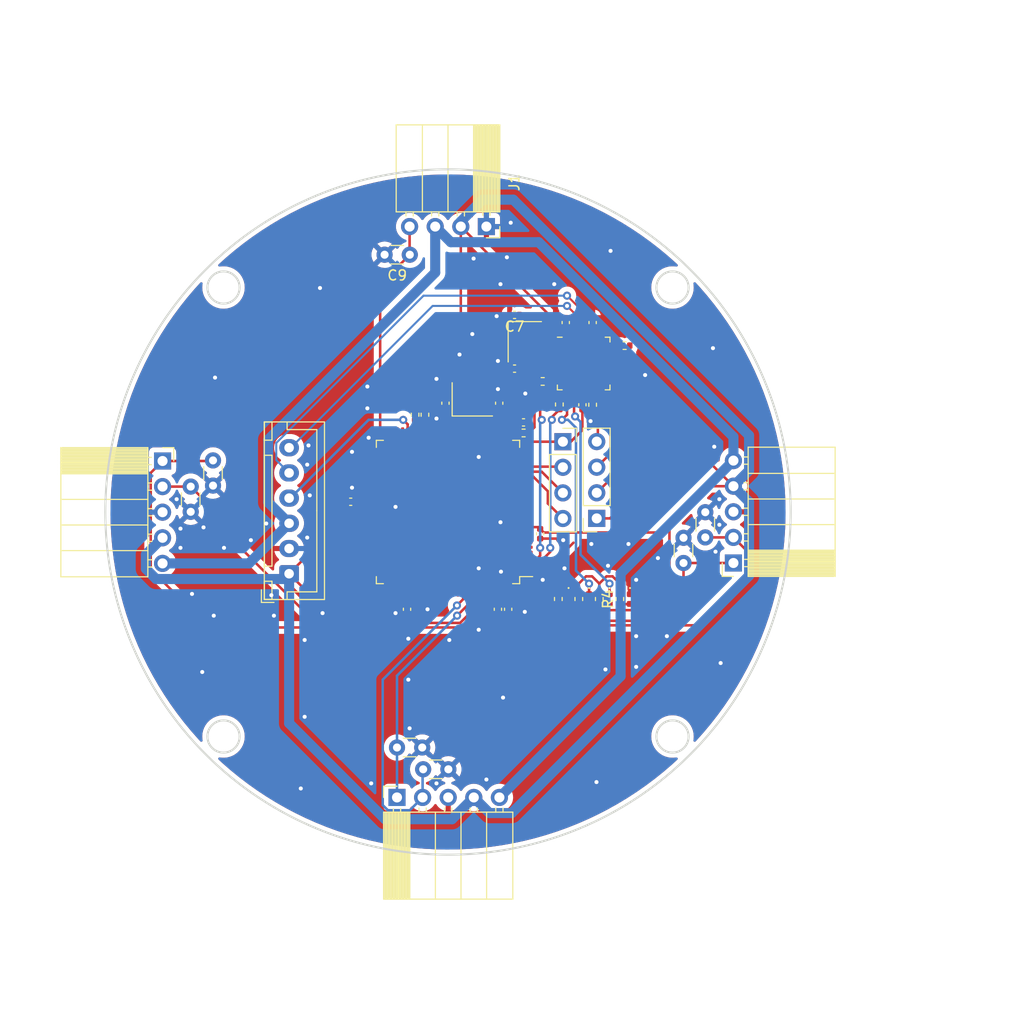
<source format=kicad_pcb>
(kicad_pcb (version 20211014) (generator pcbnew)
  (layers (0 "F.Cu" signal) (31 "B.Cu" signal) (34 "B.Paste" user) (35 "F.Paste" user) (36 "B.SilkS" user "B.Silkscreen") (37 "F.SilkS" user "F.Silkscreen") (38 "B.Mask" user) (39 "F.Mask" user) (44 "Edge.Cuts" user))
  (net 0 "")
  (net 1 "GND")
  (net 2 "+5V")
  (net 3 "可変")
  (net 4 "Line Front")
  (net 5 "Line Right 1")
  (net 6 "Line Right 2")
  (net 7 " Line Left 1")
  (net 8 "Line Left 2")
  (net 9 "Line Back 1")
  (net 10 "Line Back 2")
  (net 11 "Net-(C1-Pad1)")
  (net 12 "Net-(C2-Pad1)")
  (net 13 "Net-(C7-Pad1)")
  (net 14 "Net-(C8-Pad1)")
  (net 15 "Net-(C10-Pad1)")
  (net 16 "Net-(C14-Pad1)")
  (net 17 "RESET")
  (net 18 "AREF")
  (net 19 "RX2LED")
  (net 20 "Net-(D1-Pad2)")
  (net 21 "TX2LED")
  (net 22 "Net-(D2-Pad2)")
  (net 23 "Net-(D3-Pad2)")
  (net 24 "Net-(D4-Pad2)")
  (net 25 "RESET2")
  (net 26 "MISO2")
  (net 27 "MOSI2")
  (net 28 "SCK2")
  (net 29 "PB3")
  (net 30 "PB2")
  (net 31 "PB1")
  (net 32 "Line Data")
  (net 33 "Line D+")
  (net 34 "Line D-")
  (net 35 "Net-(R2-Pad2)")
  (net 36 "PB7")
  (net 37 "Net-(R7-Pad1)")
  (net 38 "TXD0")
  (net 39 "Net-(R8-Pad1)")
  (net 40 "RXD0")
  (net 41 "SCL")
  (net 42 "SDA")
  (footprint "Connector_PinSocket_2.54mm:PinSocket_1x05_P2.54mm_Horizontal" (layer "F.Cu") (at 117.729 96.54)
    (fp_text reference "J4" hide)
    (fp_text value "Conn_01x05_Female")
  )
  (footprint "Package_DFN_QFN:QFN-32-1EP_5x5mm_P0.5mm_EP3.1x3.1mm" (layer "F.Cu") (at 159.512 86.868)
    (fp_text reference "U2" hide)
    (fp_text value "ATmega16U2-MU")
  )
  (footprint "LED_SMD:LED_0402_1005Metric" (layer "F.Cu") (at 160.045 110.234 -90)
    (fp_text reference "D2" hide)
    (fp_text value "LED")
  )
  (footprint "Capacitor_SMD:C_0402_1005Metric" (layer "F.Cu") (at 152.654 82.042 180)
    (fp_text reference "C7")
    (fp_text value "22pF")
  )
  (footprint "Capacitor_THT:C_Disc_D3.0mm_W1.6mm_P2.50mm" (layer "F.Cu") (at 143.586 127.127)
    (fp_text reference "C19" hide)
    (fp_text value "C_Small")
  )
  (footprint "Capacitor_THT:C_Disc_D3.0mm_W1.6mm_P2.50mm" (layer "F.Cu") (at 169.418 106.66 90)
    (fp_text reference "C12" hide)
    (fp_text value "C_Small")
  )
  (footprint "Capacitor_SMD:C_0402_1005Metric" (layer "F.Cu") (at 159.385 90.96 -90)
    (fp_text reference "C14" hide)
    (fp_text value "100nF")
  )
  (footprint "Capacitor_SMD:C_0402_1005Metric" (layer "F.Cu") (at 141.986 111.252 90)
    (fp_text reference "C5" hide)
    (fp_text value "100nF")
  )
  (footprint "Capacitor_SMD:C_0402_1005Metric" (layer "F.Cu") (at 152.019 111.252 90)
    (fp_text reference "C6" hide)
    (fp_text value "100nF")
  )
  (footprint "Package_QFP:TQFP-100_14x14mm_P0.5mm" (layer "F.Cu") (at 146.05 101.6 180)
    (fp_text reference "U1" hide)
    (fp_text value "ATmega2560-16AU")
  )
  (footprint "Capacitor_SMD:C_0402_1005Metric" (layer "F.Cu") (at 153.543 92.71)
    (fp_text reference "C16" hide)
    (fp_text value "22pF")
  )
  (footprint "Capacitor_SMD:C_0402_1005Metric" (layer "F.Cu") (at 151.13 90.805 90)
    (fp_text reference "C2" hide)
    (fp_text value "C")
  )
  (footprint "Resistor_SMD:R_0402_1005Metric" (layer "F.Cu") (at 142.784 91.948 -90)
    (fp_text reference "R10" hide)
    (fp_text value "10k")
  )
  (footprint "Connector_PinSocket_2.54mm:PinSocket_1x05_P2.54mm_Horizontal" (layer "F.Cu") (at 174.371 106.66 180)
    (fp_text reference "J2" hide)
    (fp_text value "Conn_01x05_Female")
  )
  (footprint "Resistor_SMD:R_0402_1005Metric" (layer "F.Cu") (at 155.446 88.646 180)
    (fp_text reference "R7" hide)
    (fp_text value "1k")
  )
  (footprint "Capacitor_SMD:C_0402_1005Metric" (layer "F.Cu") (at 152.654 87.376 180)
    (fp_text reference "C8" hide)
    (fp_text value "22pF")
  )
  (footprint "Capacitor_THT:C_Disc_D3.0mm_W1.6mm_P2.50mm" (layer "F.Cu") (at 142.26 76.073 180)
    (fp_text reference "C9")
    (fp_text value "C_Small")
  )
  (footprint "Capacitor_SMD:C_0402_1005Metric" (layer "F.Cu") (at 155.194 103.759 90)
    (fp_text reference "C3" hide)
    (fp_text value "100nF")
  )
  (footprint "Capacitor_THT:C_Disc_D3.0mm_W1.6mm_P2.50mm" (layer "F.Cu") (at 122.735 96.481 -90)
    (fp_text reference "C18" hide)
    (fp_text value "C_Small")
  )
  (footprint "LED_SMD:LED_0402_1005Metric" (layer "F.Cu") (at 164.109 110.234 -90)
    (fp_text reference "D3" hide)
    (fp_text value "LED")
  )
  (footprint "Capacitor_SMD:C_0402_1005Metric" (layer "F.Cu") (at 136.398 100.584)
    (fp_text reference "C4" hide)
    (fp_text value "100nF")
  )
  (footprint "Connector_JST:JST_XH_B6B-XH-A_1x06_P2.50mm_Vertical" (layer "F.Cu") (at 130.285 107.723 90)
    (fp_text reference "J7" hide)
    (fp_text value "Conn_01x06_Female")
  )
  (footprint "Resistor_SMD:R_0402_1005Metric" (layer "F.Cu") (at 159.029 110.234 90)
    (fp_text reference "R3" hide)
    (fp_text value "1k")
  )
  (footprint "Resistor_SMD:R_0402_1005Metric" (layer "F.Cu") (at 163.576 85.09 180)
    (fp_text reference "R1" hide)
    (fp_text value "10K")
  )
  (footprint "Connector_PinSocket_2.54mm:PinSocket_1x04_P2.54mm_Vertical" (layer "F.Cu") (at 157.451 94.625)
    (fp_text reference "J6" hide)
    (fp_text value "Conn_01x04_Female")
  )
  (footprint "Capacitor_SMD:C_0402_1005Metric" (layer "F.Cu") (at 145.796 90.805 90)
    (fp_text reference "C1" hide)
    (fp_text value "C")
  )
  (footprint "LED_SMD:LED_0402_1005Metric" (layer "F.Cu") (at 162.077 110.234 -90)
    (fp_text reference "D1" hide)
    (fp_text value "LED")
  )
  (footprint "Resistor_SMD:R_0402_1005Metric" (layer "F.Cu") (at 156.997 110.232 90)
    (fp_text reference "R5" hide)
    (fp_text value "1k")
  )
  (footprint "Capacitor_SMD:C_0402_1005Metric" (layer "F.Cu") (at 157.734 82.804 -90)
    (fp_text reference "C13" hide)
    (fp_text value "100nF")
  )
  (footprint "Resistor_SMD:R_0402_1005Metric" (layer "F.Cu") (at 163.093 110.234 90)
    (fp_text reference "R4")
    (fp_text value "1k")
  )
  (footprint "Resistor_SMD:R_0402_1005Metric" (layer "F.Cu") (at 143.761 91.95 -90)
    (fp_text reference "R9" hide)
    (fp_text value "10k")
  )
  (footprint "Crystal:Crystal_SMD_3225-4Pin_3.2x2.5mm" (layer "F.Cu") (at 153.67 84.709 -90)
    (fp_text reference "Y2" hide)
    (fp_text value "Crystal")
  )
  (footprint "Resistor_SMD:R_0402_1005Metric" (layer "F.Cu") (at 153.552 93.759)
    (fp_text reference "R11" hide)
    (fp_text value "10k")
  )
  (footprint "Capacitor_THT:C_Disc_D3.0mm_W1.6mm_P2.50mm" (layer "F.Cu") (at 120.523 99.08 -90)
    (fp_text reference "C17" hide)
    (fp_text value "C_Small")
  )
  (footprint "Connector_PinSocket_2.54mm:PinSocket_1x04_P2.54mm_Horizontal" (layer "F.Cu") (at 149.86 73.279 -90)
    (fp_text reference "J1")
    (fp_text value "Conn_01x04_Female")
  )
  (footprint "Resistor_SMD:R_0402_1005Metric" (layer "F.Cu") (at 157.099 90.932 -90)
    (fp_text reference "R8" hide)
    (fp_text value "1k")
  )
  (footprint "Resistor_SMD:R_0402_1005Metric" (layer "F.Cu") (at 161.061 110.234 90)
    (fp_text reference "R2" hide)
    (fp_text value "1k")
  )
  (footprint "Capacitor_SMD:C_0402_1005Metric" (layer "F.Cu") (at 160.401 82.804 90)
    (fp_text reference "C10" hide)
    (fp_text value "1uF")
  )
  (footprint "Connector_PinSocket_2.54mm:PinSocket_1x04_P2.54mm_Vertical" (layer "F.Cu") (at 160.807 102.235 180)
    (fp_text reference "J3" hide)
    (fp_text value "Conn_01x04_Female")
  )
  (footprint "Crystal:Crystal_SMD_3225-4Pin_3.2x2.5mm" (layer "F.Cu") (at 148.463 90.424)
    (fp_text reference "Y1" hide)
    (fp_text value "Crystal")
  )
  (footprint "Capacitor_THT:C_Disc_D3.0mm_W1.6mm_P2.50mm" (layer "F.Cu") (at 140.99 124.968)
    (fp_text reference "C20" hide)
    (fp_text value "C_Small")
  )
  (footprint "Resistor_SMD:R_0402_1005Metric" (layer "F.Cu") (at 160.401 90.96 90)
    (fp_text reference "R6" hide)
    (fp_text value "1k")
  )
  (footprint "LED_SMD:LED_0402_1005Metric" (layer "F.Cu") (at 158.013 110.232 -90)
    (fp_text reference "D4" hide)
    (fp_text value "LED")
  )
  (footprint "Connector_PinSocket_2.54mm:PinSocket_1x05_P2.54mm_Horizontal" (layer "F.Cu") (at 140.99 129.921 90)
    (fp_text reference "J5" hide)
    (fp_text value "Conn_01x05_Female")
  )
  (footprint "Capacitor_THT:C_Disc_D3.0mm_W1.6mm_P2.50mm" (layer "F.Cu") (at 171.577 104.12 90)
    (fp_text reference "C11" hide)
    (fp_text value "C_Small")
  )
  (footprint "Capacitor_SMD:C_0402_1005Metric" (layer "F.Cu") (at 151.003 111.252 -90)
    (fp_text reference "C15" hide)
    (fp_text value "100nF")
  )
  (gr_circle (center 123.776136 123.873864) (end 125.376136 123.873864) (layer "Edge.Cuts") (width 0.2) (fill none))
  (gr_circle (center 123.776136 79.326136) (end 125.376136 79.326136) (layer "Edge.Cuts") (width 0.2) (fill none))
  (gr_circle (center 168.323864 79.326136) (end 169.923864 79.326136) (layer "Edge.Cuts") (width 0.2) (fill none))
  (gr_circle (center 146.05 101.6) (end 180.05 101.6) (layer "Edge.Cuts") (width 0.2) (fill none))
  (gr_circle (center 168.323864 123.873864) (end 169.923864 123.873864) (layer "Edge.Cuts") (width 0.2) (fill none))
  (segment (start 154.023 90.150598) (end 153.719172 89.84677) (width 0.25) (layer "F.Cu") (net 1))
  (segment (start 157.0745 86.118) (end 158.762 86.118) (width 0.25) (layer "F.Cu") (net 1))
  (segment (start 160.401 91.47) (end 160.401 92.37602) (width 0.25) (layer "F.Cu") (net 1))
  (segment (start 152.019 111.732) (end 153.444 111.732) (width 0.25) (layer "F.Cu") (net 1))
  (segment (start 149.05 93.9375) (end 149.05 96.091) (width 0.25) (layer "F.Cu") (net 1))
  (segment (start 153.444 111.732) (end 153.67 111.506) (width 0.25) (layer "F.Cu") (net 1))
  (segment (start 140.835 101.1) (end 140.843 101.092) (width 0.25) (layer "F.Cu") (net 1))
  (segment (start 156.591 81.914282) (end 157.363894 82.687176) (width 0.25) (layer "F.Cu") (net 1))
  (segment (start 142.55 110.065006) (end 143.736994 111.252) (width 0.25) (layer "F.Cu") (net 1))
  (segment (start 160.401 92.37602) (end 160.19402 92.583) (width 0.25) (layer "F.Cu") (net 1))
  (segment (start 151.55 109.2625) (end 151.55 107.764604) (width 0.25) (layer "F.Cu") (net 1))
  (segment (start 157.325 104.239) (end 157.48 104.394) (width 0.25) (layer "F.Cu") (net 1))
  (segment (start 160.246 82.324) (end 159.762 82.808) (width 0.25) (layer "F.Cu") (net 1))
  (segment (start 149.05 96.091) (end 149.098 96.139) (width 0.25) (layer "F.Cu") (net 1))
  (segment (start 138.3875 101.1) (end 140.835 101.1) (width 0.25) (layer "F.Cu") (net 1))
  (segment (start 153.7125 102.6) (end 151.273 102.6) (width 0.25) (layer "F.Cu") (net 1))
  (segment (start 159.762 82.808) (end 159.762 84.4305) (width 0.25) (layer "F.Cu") (net 1))
  (segment (start 159.762 84.4305) (end 159.762 86.618) (width 0.25) (layer "F.Cu") (net 1))
  (segment (start 151.273 102.6) (end 151.257 102.616) (width 0.25) (layer "F.Cu") (net 1))
  (segment (start 156.591 78.994) (end 156.591 81.914282) (width 0.25) (layer "F.Cu") (net 1))
  (segment (start 157.363894 82.687176) (end 157.370824 82.687176) (width 0.25) (layer "F.Cu") (net 1))
  (segment (start 155.194 104.239) (end 157.325 104.239) (width 0.25) (layer "F.Cu") (net 1))
  (segment (start 157.370824 82.687176) (end 157.734 82.324) (width 0.25) (layer "F.Cu") (net 1))
  (segment (start 159.762 86.618) (end 159.512 86.868) (width 0.25) (layer "F.Cu") (net 1))
  (segment (start 151.55 107.764604) (end 151.305698 107.520302) (width 0.25) (layer "F.Cu") (net 1))
  (segment (start 154.023 92.71) (end 154.023 90.150598) (width 0.25) (layer "F.Cu") (net 1))
  (segment (start 143.736994 111.252) (end 144.018 111.252) (width 0.25) (layer "F.Cu") (net 1))
  (segment (start 151.003 111.732) (end 152.019 111.732) (width 0.25) (layer "F.Cu") (net 1))
  (segment (start 158.762 86.118) (end 159.512 86.868) (width 0.25) (layer "F.Cu") (net 1))
  (segment (start 160.401 82.324) (end 160.246 82.324) (width 0.25) (layer "F.Cu") (net 1))
  (segment (start 142.55 109.2625) (end 142.55 110.065006) (width 0.25) (layer "F.Cu") (net 1))
  (via (at 149.098 96.139) (size 0.8) (drill 0.4) (layers "F.Cu" "B.Cu") (net 1))
  (via (at 164.719 113.919) (size 0.8) (drill 0.4) (layers "F.Cu" "B.Cu") (net 1))
  (via (at 151.257 102.616) (size 0.8) (drill 0.4) (layers "F.Cu" "B.Cu") (net 1))
  (via (at 138.049 89.154) (size 0.8) (drill 0.4) (layers "F.Cu" "B.Cu") (net 1))
  (via (at 149.86 128.143) (size 0.8) (drill 0.4) (layers "F.Cu" "B.Cu") (net 1))
  (via (at 149.098 113.284) (size 0.8) (drill 0.4) (layers "F.Cu" "B.Cu") (net 1))
  (via (at 121.666 117.475) (size 0.8) (drill 0.4) (layers "F.Cu" "B.Cu") (net 1))
  (via (at 155.448 108.331) (size 0.8) (drill 0.4) (layers "F.Cu" "B.Cu") (net 1))
  (via (at 150.876 82.169) (size 0.8) (drill 0.4) (layers "F.Cu" "B.Cu") (net 1))
  (via (at 147.193 85.979) (size 0.8) (drill 0.4) (layers "F.Cu" "B.Cu") (net 1))
  (via (at 138.43 128.524) (size 0.8) (drill 0.4) (layers "F.Cu" "B.Cu") (net 1))
  (via (at 138.049 91.313) (size 0.8) (drill 0.4) (layers "F.Cu" "B.Cu") (net 1))
  (via (at 126.492 104.394) (size 0.8) (drill 0.4) (layers "F.Cu" "B.Cu") (net 1))
  (via (at 133.604 111.633) (size 0.8) (drill 0.4) (layers "F.Cu" "B.Cu") (net 1))
  (via (at 123.825 105.156) (size 0.8) (drill 0.4) (layers "F.Cu" "B.Cu") (net 1))
  (via (at 144.907 92.329) (size 0.8) (drill 0.4) (layers "F.Cu" "B.Cu") (net 1))
  (via (at 132.08 96.901) (size 0.8) (drill 0.4) (layers "F.Cu" "B.Cu") (net 1))
  (via (at 121.793 103.124) (size 0.8) (drill 0.4) (layers "F.Cu" "B.Cu") (net 1))
  (via (at 166.878 106.172) (size 0.8) (drill 0.4) (layers "F.Cu" "B.Cu") (net 1))
  (via (at 151.305698 107.520302) (size 0.8) (drill 0.4) (layers "F.Cu" "B.Cu") (net 1))
  (via (at 161.671 117.221) (size 0.8) (drill 0.4) (layers "F.Cu" "B.Cu") (net 1))
  (via (at 172.339 85.344) (size 0.8) (drill 0.4) (layers "F.Cu" "B.Cu") (net 1))
  (via (at 132.08 104.14) (size 0.8) (drill 0.4) (layers "F.Cu" "B.Cu") (net 1))
  (via (at 119.507 103.251) (size 0.8) (drill 0.4) (layers "F.Cu" "B.Cu") (net 1))
  (via (at 156.591 78.994) (size 0.8) (drill 0.4) (layers "F.Cu" "B.Cu") (net 1))
  (via (at 122.936 88.265) (size 0.8) (drill 0.4) (layers "F.Cu" "B.Cu") (net 1))
  (via (at 140.843 111.633) (size 0.8) (drill 0.4) (layers "F.Cu" "B.Cu") (net 1))
  (via (at 164.719 116.967) (size 0.8) (drill 0.4) (layers "F.Cu" "B.Cu") (net 1))
  (via (at 142.24 123.063) (size 0.8) (drill 0.4) (layers "F.Cu" "B.Cu") (net 1))
  (via (at 153.719172 89.84677) (size 0.8) (drill 0.4) (layers "F.Cu" "B.Cu") (net 1))
  (via (at 151.003 86.614) (size 0.8) (drill 0.4) (layers "F.Cu" "B.Cu") (net 1))
  (via (at 164.719 108.331) (size 0.8) (drill 0.4) (layers "F.Cu" "B.Cu") (net 1))
  (via (at 140.843 101.092) (size 0.8) (drill 0.4) (layers "F.Cu" "B.Cu") (net 1))
  (via (at 132.334 99.949) (size 0.8) (drill 0.4) (layers "F.Cu" "B.Cu") (net 1))
  (via (at 172.593 105.537) (size 0.8) (drill 0.4) (layers "F.Cu" "B.Cu") (net 1))
  (via (at 120.65 109.728) (size 0.8) (drill 0.4) (layers "F.Cu" "B.Cu") (net 1))
  (via (at 131.445 129.032) (size 0.8) (drill 0.4) (layers "F.Cu" "B.Cu") (net 1))
  (via (at 144.907 128.524) (size 0.8) (drill 0.4) (layers "F.Cu" "B.Cu") (net 1))
  (via (at 119.126 100.33) (size 0.8) (drill 0.4) (layers "F.Cu" "B.Cu") (net 1))
  (via (at 153.67 111.506) (size 0.8) (drill 0.4) (layers "F.Cu" "B.Cu") (net 1))
  (via (at 172.466 95.123) (size 0.8) (drill 0.4) (layers "F.Cu" "B.Cu") (net 1))
  (via (at 160.274 104.775) (size 0.8) (drill 0.4) (layers "F.Cu" "B.Cu") (net 1))
  (via (at 133.35 79.375) (size 0.8) (drill 0.4) (layers "F.Cu" "B.Cu") (net 1))
  (via (at 172.974 102.87) (size 0.8) (drill 0.4) (layers "F.Cu" "B.Cu") (net 1))
  (via (at 148.463 83.947) (size 0.8) (drill 0.4) (layers "F.Cu" "B.Cu") (net 1))
  (via (at 151.892 76.327) (size 0.8) (drill 0.4) (layers "F.Cu" "B.Cu") (net 1))
  (via (at 162.179 75.692) (size 0.8) (drill 0.4) (layers "F.Cu" "B.Cu") (net 1))
  (via (at 131.826 114.3) (size 0.8) (drill 0.4) (layers "F.Cu" "B.Cu") (net 1))
  (via (at 167.767 113.919) (size 0.8) (drill 0.4) (layers "F.Cu" "B.Cu") (net 1))
  (via (at 122.809 111.887) (size 0.8) (drill 0.4) (layers "F.Cu" "B.Cu") (net 1))
  (via (at 128.016 102.743) (size 0.8) (drill 0.4) (layers "F.Cu" "B.Cu") (net 1))
  (via (at 151.003 89.408) (size 0.8) (drill 0.4) (layers "F.Cu" "B.Cu") (net 1))
  (via (at 142.113 114.173) (size 0.8) (drill 0.4) (layers "F.Cu" "B.Cu") (net 1))
  (via (at 173.101 116.586) (size 0.8) (drill 0.4) (layers "F.Cu" "B.Cu") (net 1))
  (via (at 151.511 120.015) (size 0.8) (drill 0.4) (layers "F.Cu" "B.Cu") (net 1))
  (via (at 157.607 107.188) (size 0.8) (drill 0.4) (layers "F.Cu" "B.Cu") (net 1))
  (via (at 136.525 99.187) (size 0.8) (drill 0.4) (layers "F.Cu" "B.Cu") (net 1))
  (via (at 165.608 88.011) (size 0.8) (drill 0.4) (layers "F.Cu" "B.Cu") (net 1))
  (via (at 146.177 114.3) (size 0.8) (drill 0.4) (layers "F.Cu" "B.Cu") (net 1))
  (via (at 148.59 76.454) (size 0.8) (drill 0.4) (layers "F.Cu" "B.Cu") (net 1))
  (via (at 157.48 104.394) (size 0.8) (drill 0.4) (layers "F.Cu" "B.Cu") (net 1))
  (via (at 138.176 94.234) (size 0.8) (drill 0.4) (layers "F.Cu" "B.Cu") (net 1))
  (via (at 144.907 88.392) (size 0.8) (drill 0.4) (layers "F.Cu" "B.Cu") (net 1))
  (via (at 151.257 78.994) (size 0.8) (drill 0.4) (layers "F.Cu" "B.Cu") (net 1))
  (via (at 119.507 105.156) (size 0.8) (drill 0.4) (layers "F.Cu" "B.Cu") (net 1))
  (via (at 163.957 104.775) (size 0.8) (drill 0.4) (layers "F.Cu" "B.Cu") (net 1))
  (via (at 149.098 107.188) (size 0.8) (drill 0.4) (layers "F.Cu" "B.Cu") (net 1))
  (via (at 136.525 95.631) (size 0.8) (drill 0.4) (layers "F.Cu" "B.Cu") (net 1))
  (via (at 172.974 100.33) (size 0.8) (drill 0.4) (layers "F.Cu" "B.Cu") (net 1))
  (via (at 160.19402 92.583) (size 0.8) (drill 0.4) (layers "F.Cu" "B.Cu") (net 1))
  (via (at 144.018 111.252) (size 0.8) (drill 0.4) (layers "F.Cu" "B.Cu") (net 1))
  (via (at 161.925 106.934) (size 0.8) (drill 0.4) (layers "F.Cu" "B.Cu") (net 1))
  (via (at 128.778 111.887) (size 0.8) (drill 0.4) (layers "F.Cu" "B.Cu") (net 1))
  (via (at 160.782 128.397) (size 0.8) (drill 0.4) (layers "F.Cu" "B.Cu") (net 1))
  (via (at 132.207 94.996) (size 0.8) (drill 0.4) (layers "F.Cu" "B.Cu") (net 1))
  (via (at 128.524 109.855) (size 0.8) (drill 0.4) (layers "F.Cu" "B.Cu") (net 1))
  (via (at 131.826 121.92) (size 0.8) (drill 0.4) (layers "F.Cu" "B.Cu") (net 1))
  (via (at 152.273 72.898) (size 0.8) (drill 0.4) (layers "F.Cu" "B.Cu") (net 1))
  (via (at 142.113 118.237) (size 0.8) (drill 0.4) (layers "F.Cu" "B.Cu") (net 1))
  (segment (start 136.878 100.584) (end 136.878 101.13) (width 0.25) (layer "F.Cu") (net 2))
  (segment (start 150.288797 92.26048) (end 149.55 92.999276) (width 0.25) (layer "F.Cu") (net 2))
  (segment (start 143.761 87.887) (end 147.32 84.328) (width 0.25) (layer "F.Cu") (net 2))
  (segment (start 151.892 90.649344) (end 151.892 90.932) (width 0.25) (layer "F.Cu") (net 2))
  (segment (start 153.7125 103.1) (end 155.015 103.1) (width 0.25) (layer "F.Cu") (net 2))
  (segment (start 157.0745 86.618) (end 156.589672 86.618) (width 0.25) (layer "F.Cu") (net 2))
  (segment (start 154.062 93.759) (end 154.629483 93.191517) (width 0.25) (layer "F.Cu") (net 2))
  (segment (start 142.786 91.44) (end 142.784 91.438) (width 0.25) (layer "F.Cu") (net 2))
  (segment (start 152.05 110.741) (end 152.05 109.2625) (width 0.25) (layer "F.Cu") (net 2))
  (segment (start 153.719172 88.822172) (end 151.892 90.649344) (width 0.25) (layer "F.Cu") (net 2))
  (segment (start 151.892 90.932) (end 151.892 89.027) (width 0.25) (layer "F.Cu") (net 2))
  (segment (start 151.892 90.932) (end 151.892 91.694) (width 0.25) (layer "F.Cu") (net 2))
  (segment (start 164.086 88.755) (end 174.371 99.04) (width 0.25) (layer "F.Cu") (net 2))
  (segment (start 136.878 101.13) (end 130.285 107.723) (width 0.25) (layer "F.Cu") (net 2))
  (segment (start 151.892 89.027) (end 147.32 84.455) (width 0.25) (layer "F.Cu") (net 2))
  (segment (start 143.761 91.44) (end 143.761 87.887) (width 0.25) (layer "F.Cu") (net 2))
  (segment (start 154.715824 87.82552) (end 153.719172 88.822172) (width 0.25) (layer "F.Cu") (net 2))
  (segment (start 157.762 84.4305) (end 157.762 83.312) (width 0.25) (layer "F.Cu") (net 2))
  (segment (start 157.325 83.284) (end 147.32 73.279) (width 0.25) (layer "F.Cu") (net 2))
  (segment (start 155.54948 103.63448) (end 167.38352 103.63448) (width 0.25) (layer "F.Cu") (net 2))
  (segment (start 169.4815 101.5365) (end 171.978 99.04) (width 0.25) (layer "F.Cu") (net 2))
  (segment (start 157.734 83.284) (end 157.325 83.284) (width 0.25) (layer "F.Cu") (net 2))
  (segment (start 171.978 99.04) (end 174.371 99.04) (width 0.25) (layer "F.Cu") (net 2))
  (segment (start 154.629483 89.732483) (end 153.719172 88.822172) (width 0.25) (layer "F.Cu") (net 2))
  (segment (start 164.086 85.09) (end 164.086 88.755) (width 0.25) (layer "F.Cu") (net 2))
  (segment (start 152.019 110.772) (end 152.05 110.741) (width 0.25) (layer "F.Cu") (net 2))
  (segment (start 156.057141 110.772) (end 156.623661 111.33852) (width 0.25) (layer "F.Cu") (net 2))
  (segment (start 151.32552 92.26048) (end 150.288797 92.26048) (width 0.25) (layer "F.Cu") (net 2))
  (segment (start 152.019 110.772) (end 156.057141 110.772) (width 0.25) (layer "F.Cu") (net 2))
  (segment (start 136.894 100.6) (end 136.878 100.584) (width 0.25) (layer "F.Cu") (net 2))
  (segment (start 147.32 84.328) (end 147.32 73.279) (width 0.25) (layer "F.Cu") (net 2))
  (segment (start 167.38352 103.63448) (end 169.4815 101.5365) (width 0.25) (layer "F.Cu") (net 2))
  (segment (start 149.55 92.999276) (end 149.55 93.9375) (width 0.25) (layer "F.Cu") (net 2))
  (segment (start 143.761 91.44) (end 142.786 91.44) (width 0.25) (layer "F.Cu") (net 2))
  (segment (start 156.589672 86.618) (end 155.382152 87.82552) (width 0.25) (layer "F.Cu") (net 2))
  (segment (start 164.63248 111.33852) (end 168.021 107.95) (width 0.25) (layer "F.Cu") (net 2))
  (segment (start 155.015 103.1) (end 155.194 103.279) (width 0.25) (layer "F.Cu") (net 2))
  (segment (start 141.986 110.772) (end 142.05 110.708) (width 0.25) (layer "F.Cu") (net 2))
  (segment (start 155.194 103.279) (end 155.54948 103.63448) (width 0.25) (layer "F.Cu") (net 2))
  (segment (start 147.32 84.455) (end 147.32 84.328) (width 0.25) (layer "F.Cu") (net 2))
  (segment (start 168.021 107.95) (end 168.021 102.997) (width 0.25) (layer "F.Cu") (net 2))
  (segment (start 157.762 83.312) (end 157.734 83.284) (width 0.25) (layer "F.Cu") (net 2))
  (segment (start 168.021 102.997) (end 169.4815 101.5365) (width 0.25) (layer "F.Cu") (net 2))
  (segment (start 141.986 110.772) (end 133.334 110.772) (width 0.25) (layer "F.Cu") (net 2))
  (segment (start 151.892 91.694) (end 151.32552 92.26048) (width 0.25) (layer "F.Cu") (net 2))
  (segment (start 133.334 110.772) (end 130.285 107.723) (width 0.25) (layer "F.Cu") (net 2))
  (segment (start 142.05 110.708) (end 142.05 109.2625) (width 0.25) (layer "F.Cu") (net 2))
  (segment (start 155.382152 87.82552) (end 154.715824 87.82552) (width 0.25) (layer "F.Cu") (net 2))
  (segment (start 156.623661 111.33852) (end 164.63248 111.33852) (width 0.25) (layer "F.Cu") (net 2))
  (segment (start 154.629483 93.191517) (end 154.629483 89.732483) (width 0.25) (layer "F.Cu") (net 2))
  (segment (start 138.3875 100.6) (end 136.894 100.6) (width 0.25) (layer "F.Cu") (net 2))
  (segment (start 152.374489 131.470511) (end 150.159511 131.470511) (width 1) (layer "B.Cu") (net 2))
  (segment (start 130.285 122.561048) (end 139.803952 132.08) (width 1) (layer "B.Cu") (net 2))
  (segment (start 117.08717 108.249511) (end 116.078 107.240341) (width 1) (layer "B.Cu") (net 2))
  (segment (start 146.451 132.08) (end 148.61 129.921) (width 1) (layer "B.Cu") (net 2))
  (segment (start 130.285 107.723) (end 130.285 122.561048) (width 1) (layer "B.Cu") (net 2))
  (segment (start 116.078 105.811) (end 117.729 104.16) (width 1) (layer "B.Cu") (net 2))
  (segment (start 174.371 99.04) (end 175.920511 100.589511) (width 1) (layer "B.Cu") (net 2))
  (segment (start 175.920511 94.005511) (end 175.920511 97.490489) (width 1) (layer "B.Cu") (net 2))
  (segment (start 175.920511 97.490489) (end 174.371 99.04) (width 1) (layer "B.Cu") (net 2))
  (segment (start 147.32 73.279) (end 147.32 72.771) (width 1) (layer "B.Cu") (net 2))
  (segment (start 175.920511 100.589511) (end 175.920511 107.924489) (width 1) (layer "B.Cu") (net 2))
  (segment (start 175.920511 107.924489) (end 152.374489 131.470511) (width 1) (layer "B.Cu") (net 2))
  (segment (start 149.479 70.612) (end 152.527 70.612) (width 1) (layer "B.Cu") (net 2))
  (segment (start 130.285 107.723) (end 129.758489 108.249511) (width 1) (layer "B.Cu") (net 2))
  (segment (start 150.159511 131.470511) (end 148.61 129.921) (width 1) (layer "B.Cu") (net 2))
  (segment (start 129.758489 108.249511) (end 117.08717 108.249511) (width 1) (layer "B.Cu") (net 2))
  (segment (start 139.803952 132.08) (end 146.451 132.08) (width 1) (layer "B.Cu") (net 2))
  (segment (start 116.078 107.240341) (end 116.078 105.811) (width 1) (layer "B.Cu") (net 2))
  (segment (start 152.527 70.612) (end 175.920511 94.005511) (width 1) (layer "B.Cu") (net 2))
  (segment (start 147.32 72.771) (end 149.479 70.612) (width 1) (layer "B.Cu") (net 2))
  (segment (start 128.21096 94.415682) (end 144.78 77.846642) (width 1) (layer "B.Cu") (net 3))
  (segment (start 130.285 102.723) (end 128.21096 100.64896) (width 1) (layer "B.Cu") (net 3))
  (segment (start 146.329511 74.828511) (end 144.78 73.279) (width 1) (layer "B.Cu") (net 3))
  (segment (start 144.78 77.846642) (end 144.78 73.279) (width 1) (layer "B.Cu") (net 3))
  (segment (start 163.176511 107.694489) (end 174.371 96.5) (width 1) (layer "B.Cu") (net 3))
  (segment (start 128.21096 100.64896) (end 128.21096 94.415682) (width 1) (layer "B.Cu") (net 3))
  (segment (start 117.729 106.7) (end 126.308 106.7) (width 1) (layer "B.Cu") (net 3))
  (segment (start 174.371 94.152378) (end 155.047133 74.828511) (width 1) (layer "B.Cu") (net 3))
  (segment (start 174.371 96.5) (end 174.371 94.152378) (width 1) (layer "B.Cu") (net 3))
  (segment (start 155.047133 74.828511) (end 146.329511 74.828511) (width 1) (layer "B.Cu") (net 3))
  (segment (start 151.15 129.921) (end 163.176511 117.894489) (width 1) (layer "B.Cu") (net 3))
  (segment (start 163.176511 117.894489) (end 163.176511 107.694489) (width 1) (layer "B.Cu") (net 3))
  (segment (start 126.308 106.7) (end 130.285 102.723) (width 1) (layer "B.Cu") (net 3))
  (segment (start 139.319 79.014) (end 142.26 76.073) (width 0.25) (layer "F.Cu") (net 4))
  (segment (start 150.55 109.2625) (end 150.55 106.375724) (width 0.25) (layer "F.Cu") (net 4))
  (segment (start 150.55 106.375724) (end 139.319 95.144724) (width 0.25) (layer "F.Cu") (net 4))
  (segment (start 139.319 95.144724) (end 139.319 79.014) (width 0.25) (layer "F.Cu") (net 4))
  (segment (start 142.24 73.279) (end 142.24 76.053) (width 0.25) (layer "F.Cu") (net 4))
  (segment (start 142.24 76.053) (end 142.26 76.073) (width 0.25) (layer "F.Cu") (net 4))
  (segment (start 174.371 106.66) (end 169.418 106.66) (width 0.25) (layer "F.Cu") (net 5))
  (segment (start 169.418 106.66) (end 169.418 108.077) (width 0.25) (layer "F.Cu") (net 5))
  (segment (start 150.05 111.74593) (end 150.05 109.2625) (width 0.25) (layer "F.Cu") (net 5))
  (segment (start 169.418 108.077) (end 165.1 112.395) (width 0.25) (layer "F.Cu") (net 5))
  (segment (start 165.1 112.395) (end 150.69907 112.395) (width 0.25) (layer "F.Cu") (net 5))
  (segment (start 150.69907 112.395) (end 150.05 111.74593) (width 0.25) (layer "F.Cu") (net 5))
  (segment (start 174.371 104.12) (end 171.577 104.12) (width 0.25) (layer "F.Cu") (net 6))
  (segment (start 175.641 105.39) (end 174.371 104.12) (width 0.25) (layer "F.Cu") (net 6))
  (segment (start 149.55 111.881648) (end 150.512873 112.84452) (width 0.25) (layer "F.Cu") (net 6))
  (segment (start 170.49248 112.84452) (end 175.641 107.696) (width 0.25) (layer "F.Cu") (net 6))
  (segment (start 175.641 107.696) (end 175.641 105.39) (width 0.25) (layer "F.Cu") (net 6))
  (segment (start 150.512873 112.84452) (end 170.49248 112.84452) (width 0.25) (layer "F.Cu") (net 6))
  (segment (start 149.55 109.2625) (end 149.55 111.881648) (width 0.25) (layer "F.Cu") (net 6))
  (segment (start 122.327799 113.056799) (end 147.438131 113.056799) (width 0.25) (layer "F.Cu") (net 7))
  (segment (start 117.729 96.54) (end 122.676 96.54) (width 0.25) (layer "F.Cu") (net 7))
  (segment (start 122.676 96.54) (end 122.735 96.481) (width 0.25) (layer "F.Cu") (net 7))
  (segment (start 147.438131 113.056799) (end 149.05 111.44493) (width 0.25) (layer "F.Cu") (net 7))
  (segment (start 149.05 111.44493) (end 149.05 109.2625) (width 0.25) (layer "F.Cu") (net 7))
  (segment (start 117.729 96.54) (end 116.554489 97.714511) (width 0.25) (layer "F.Cu") (net 7))
  (segment (start 116.554489 107.283489) (end 122.327799 113.056799) (width 0.25) (layer "F.Cu") (net 7))
  (segment (start 116.554489 97.714511) (end 116.554489 107.283489) (width 0.25) (layer "F.Cu") (net 7))
  (segment (start 122.301 101.981) (end 122.301 100.858) (width 0.25) (layer "F.Cu") (net 8))
  (segment (start 122.301 100.858) (end 120.523 99.08) (width 0.25) (layer "F.Cu") (net 8))
  (segment (start 148.55 111.309212) (end 147.251933 112.607279) (width 0.25) (layer "F.Cu") (net 8))
  (segment (start 120.523 99.08) (end 117.729 99.08) (width 0.25) (layer "F.Cu") (net 8))
  (segment (start 147.251933 112.607279) (end 132.927279 112.607279) (width 0.25) (layer "F.Cu") (net 8))
  (segment (start 132.927279 112.607279) (end 122.301 101.981) (width 0.25) (layer "F.Cu") (net 8))
  (segment (start 148.55 109.2625) (end 148.55 111.309212) (width 0.25) (layer "F.Cu") (net 8))
  (segment (start 146.95183 111.882768) (end 148.05 110.784598) (width 0.25) (layer "F.Cu") (net 9))
  (segment (start 148.05 110.784598) (end 148.05 109.2625) (width 0.25) (layer "F.Cu") (net 9))
  (via (at 146.95183 111.882768) (size 0.8) (drill 0.4) (layers "F.Cu" "B.Cu") (net 9))
  (segment (start 140.99 124.968) (end 140.99 117.844598) (width 0.25) (layer "B.Cu") (net 9))
  (segment (start 140.99 117.844598) (end 146.95183 111.882768) (width 0.25) (layer "B.Cu") (net 9))
  (segment (start 140.99 129.921) (end 140.99 124.968) (width 0.25) (layer "B.Cu") (net 9))
  (segment (start 147.55 110.26) (end 146.939 110.871) (width 0.25) (layer "F.Cu") (net 10))
  (segment (start 147.55 109.2625) (end 147.55 110.26) (width 0.25) (layer "F.Cu") (net 10))
  (via (at 146.939 110.871) (size 0.8) (drill 0.4) (layers "F.Cu" "B.Cu") (net 10))
  (segment (start 143.53 127.183) (end 143.586 127.127) (width 0.25) (layer "B.Cu") (net 10))
  (segment (start 143.53 129.921) (end 142.26 131.191) (width 0.25) (layer "B.Cu") (net 10))
  (segment (start 140.081 131.191) (end 139.573 130.683) (width 0.25) (layer "B.Cu") (net 10))
  (segment (start 143.53 129.921) (end 143.53 127.183) (width 0.25) (layer "B.Cu") (net 10))
  (segment (start 139.573 130.683) (end 139.573 118.237) (width 0.25) (layer "B.Cu") (net 10))
  (segment (start 139.573 118.237) (end 146.939 110.871) (width 0.25) (layer "B.Cu") (net 10))
  (segment (start 142.26 131.191) (end 140.081 131.191) (width 0.25) (layer "B.Cu") (net 10))
  (segment (start 147.363 91.274) (end 148.05 91.961) (width 0.25) (layer "F.Cu") (net 11))
  (segment (start 147.352 91.285) (end 147.363 91.274) (width 0.25) (layer "F.Cu") (net 11))
  (segment (start 145.796 91.285) (end 147.352 91.285) (width 0.25) (layer "F.Cu") (net 11))
  (segment (start 148.05 91.961) (end 148.05 93.9375) (width 0.25) (layer "F.Cu") (net 11))
  (segment (start 151.13 91.285) (end 149.574 91.285) (width 0.25) (layer "F.Cu") (net 12))
  (segment (start 149.563 91.274) (end 148.55 92.287) (width 0.25) (layer "F.Cu") (net 12))
  (segment (start 148.55 92.287) (end 148.55 93.9375) (width 0.25) (layer "F.Cu") (net 12))
  (segment (start 149.574 91.285) (end 149.563 91.274) (width 0.25) (layer "F.Cu") (net 12))
  (segment (start 154.902022 82.042) (end 157.0745 84.214478) (width 0.25) (layer "F.Cu") (net 13))
  (segment (start 157.0745 84.214478) (end 157.0745 85.118) (width 0.25) (layer "F.Cu") (net 13))
  (segment (start 153.134 82.042) (end 154.902022 82.042) (width 0.25) (layer "F.Cu") (net 13))
  (segment (start 152.82 82.356) (end 153.134 82.042) (width 0.25) (layer "F.Cu") (net 13))
  (segment (start 152.82 83.609) (end 152.82 82.356) (width 0.25) (layer "F.Cu") (net 13))
  (segment (start 152.82 87.062) (end 153.134 87.376) (width 0.25) (layer "F.Cu") (net 14))
  (segment (start 155.788847 86.192847) (end 156.363694 85.618) (width 0.25) (layer "F.Cu") (net 14))
  (segment (start 154.902022 87.376) (end 155.788847 86.489175) (width 0.25) (layer "F.Cu") (net 14))
  (segment (start 152.82 85.809) (end 152.82 87.062) (width 0.25) (layer "F.Cu") (net 14))
  (segment (start 156.363694 85.618) (end 157.0745 85.618) (width 0.25) (layer "F.Cu") (net 14))
  (segment (start 155.788847 86.489175) (end 155.788847 86.192847) (width 0.25) (layer "F.Cu") (net 14))
  (segment (start 153.134 87.376) (end 154.902022 87.376) (width 0.25) (layer "F.Cu") (net 14))
  (segment (start 160.262 84.4305) (end 160.262 83.296) (width 0.25) (layer "F.Cu") (net 15))
  (segment (start 160.262 84.4305) (end 160.262 83.423) (width 0.25) (layer "F.Cu") (net 15))
  (segment (start 160.262 83.296) (end 160.274 83.284) (width 0.25) (layer "F.Cu") (net 15))
  (segment (start 160.262 83.423) (end 160.401 83.284) (width 0.25) (layer "F.Cu") (net 15))
  (segment (start 159.385 90.48) (end 160.371 90.48) (width 0.25) (layer "F.Cu") (net 16))
  (segment (start 159.762 89.811) (end 160.401 90.45) (width 0.25) (layer "F.Cu") (net 16))
  (segment (start 160.244 90.48) (end 160.274 90.45) (width 0.25) (layer "F.Cu") (net 16))
  (segment (start 159.258 90.48) (end 160.244 90.48) (width 0.25) (layer "F.Cu") (net 16))
  (segment (start 160.371 90.48) (end 160.401 90.45) (width 0.25) (layer "F.Cu") (net 16))
  (segment (start 159.762 89.3055) (end 159.762 89.811) (width 0.25) (layer "F.Cu") (net 16))
  (segment (start 153.063 92.71) (end 153.063 93.738) (width 0.25) (layer "F.Cu") (net 17))
  (segment (start 150.474994 92.71) (end 153.063 92.71) (width 0.25) (layer "F.Cu") (net 17))
  (segment (start 157.451 94.625) (end 158.232 94.625) (width 0.25) (layer "F.Cu") (net 17))
  (segment (start 158.232 94.625) (end 159.385 93.472) (width 0.25) (layer "F.Cu") (net 17))
  (segment (start 159.385 93.472) (end 159.385 91.44) (width 0.25) (layer "F.Cu") (net 17))
  (segment (start 157.451 94.625) (end 153.908 94.625) (width 0.25) (layer "F.Cu") (net 17))
  (segment (start 153.908 94.625) (end 153.042 93.759) (width 0.25) (layer "F.Cu") (net 17))
  (segment (start 158.232 94.625) (end 159.258 93.599) (width 0.25) (layer "F.Cu") (net 17))
  (segment (start 150.05 93.9375) (end 150.05 93.134994) (width 0.25) (layer "F.Cu") (net 17))
  (segment (start 153.063 93.738) (end 153.042 93.759) (width 0.25) (layer "F.Cu") (net 17))
  (segment (start 150.05 93.134994) (end 150.474994 92.71) (width 0.25) (layer "F.Cu") (net 17))
  (segment (start 151.003 110.772) (end 151.05 110.725) (width 0.25) (layer "F.Cu") (net 18))
  (segment (start 151.05 110.725) (end 151.05 109.2625) (width 0.25) (layer "F.Cu") (net 18))
  (segment (start 151.003 110.772) (end 151.07548 110.69952) (width 0.25) (layer "F.Cu") (net 18))
  (segment (start 158.557869 90.23187) (end 158.557869 92.016353) (width 0.25) (layer "F.Cu") (net 19))
  (segment (start 158.557869 92.016353) (end 158.6605 92.118984) (width 0.25) (layer "F.Cu") (net 19))
  (segment (start 158.75048 90.039259) (end 158.557869 90.23187) (width 0.25) (layer "F.Cu") (net 19))
  (segment (start 162.077 109.749) (end 162.077 108.71) (width 0.25) (layer "F.Cu") (net 19))
  (segment (start 158.762 89.3055) (end 158.75048 89.31702) (width 0.25) (layer "F.Cu") (net 19))
  (segment (start 158.75048 89.31702) (end 158.75048 90.039259) (width 0.25) (layer "F.Cu") (net 19))
  (via (at 162.077 108.71) (size 0.8) (drill 0.4) (layers "F.Cu" "B.Cu") (net 19))
  (via (at 158.6605 92.118984) (size 0.8) (drill 0.4) (layers "F.Cu" "B.Cu") (net 19))
  (segment (start 159.19952 105.83252) (end 162.077 108.71) (width 0.25) (layer "B.Cu") (net 19))
  (segment (start 158.6605 92.118984) (end 159.19952 92.658004) (width 0.25) (layer "B.Cu") (net 19))
  (segment (start 159.19952 92.658004) (end 159.19952 105.83252) (width 0.25) (layer "B.Cu") (net 19))
  (segment (start 162.052 110.744) (end 162.077 110.719) (width 0.25) (layer "F.Cu") (net 20))
  (segment (start 161.061 110.744) (end 162.052 110.744) (width 0.25) (layer "F.Cu") (net 20))
  (segment (start 160.045 109.749) (end 160.045 108.71) (width 0.25) (layer "F.Cu") (net 21))
  (segment (start 158.262 89.892022) (end 158.149011 90.005011) (width 0.25) (layer "F.Cu") (net 21))
  (segment (start 158.149011 90.008989) (end 157.861 90.297) (width 0.25) (layer "F.Cu") (net 21))
  (segment (start 158.149011 90.005011) (end 158.149011 90.008989) (width 0.25) (layer "F.Cu") (net 21))
  (segment (start 158.262 89.3055) (end 158.262 89.892022) (width 0.25) (layer "F.Cu") (net 21))
  (segment (start 157.861 90.297) (end 157.861 91.948) (width 0.25) (layer "F.Cu") (net 21))
  (segment (start 157.861 91.948) (end 157.353 92.456) (width 0.25) (layer "F.Cu") (net 21))
  (via (at 157.353 92.456) (size 0.8) (drill 0.4) (layers "F.Cu" "B.Cu") (net 21))
  (via (at 160.045 108.71) (size 0.8) (drill 0.4) (layers "F.Cu" "B.Cu") (net 21))
  (segment (start 157.353 92.456) (end 157.959988 92.456) (width 0.25) (layer "B.Cu") (net 21))
  (segment (start 157.959988 92.456) (end 158.75 93.246012) (width 0.25) (layer "B.Cu") (net 21))
  (segment (start 158.75 107.415) (end 160.045 108.71) (width 0.25) (layer "B.Cu") (net 21))
  (segment (start 158.75 93.246012) (end 158.75 107.415) (width 0.25) (layer "B.Cu") (net 21))
  (segment (start 159.029 110.744) (end 160.02 110.744) (width 0.25) (layer "F.Cu") (net 22))
  (segment (start 160.02 110.744) (end 160.045 110.719) (width 0.25) (layer "F.Cu") (net 22))
  (segment (start 164.084 110.744) (end 164.109 110.719) (width 0.25) (layer "F.Cu") (net 23))
  (segment (start 163.093 110.744) (end 164.084 110.744) (width 0.25) (layer "F.Cu") (net 23))
  (segment (start 157.988 110.742) (end 158.013 110.717) (width 0.25) (layer "F.Cu") (net 24))
  (segment (start 156.997 110.742) (end 157.988 110.742) (width 0.25) (layer "F.Cu") (net 24))
  (segment (start 163.066 85.09) (end 161.9775 85.09) (width 0.25) (layer "F.Cu") (net 25))
  (segment (start 162.122794 102.235) (end 163.07804 101.279754) (width 0.25) (layer "F.Cu") (net 25))
  (segment (start 163.07804 101.279754) (end 163.07804 85.10204) (width 0.25) (layer "F.Cu") (net 25))
  (segment (start 163.07804 85.10204) (end 163.066 85.09) (width 0.25) (layer "F.Cu") (net 25))
  (segment (start 160.807 102.235) (end 162.122794 102.235) (width 0.25) (layer "F.Cu") (net 25))
  (segment (start 161.9775 85.09) (end 161.9495 85.118) (width 0.25) (layer "F.Cu") (net 25))
  (segment (start 162.62852 97.87348) (end 162.62852 89.29702) (width 0.25) (layer "F.Cu") (net 26))
  (segment (start 160.807 99.695) (end 162.62852 97.87348) (width 0.25) (layer "F.Cu") (net 26))
  (segment (start 162.62852 89.29702) (end 161.9495 88.618) (width 0.25) (layer "F.Cu") (net 26))
  (segment (start 160.807 97.155) (end 162.179 95.783) (width 0.25) (layer "F.Cu") (net 27))
  (segment (start 162.179 95.783) (end 162.179 90.2225) (width 0.25) (layer "F.Cu") (net 27))
  (segment (start 162.179 90.2225) (end 161.262 89.3055) (width 0.25) (layer "F.Cu") (net 27))
  (segment (start 160.91852 90.124661) (end 160.91852 94.50348) (width 0.25) (layer "F.Cu") (net 28))
  (segment (start 160.762 89.3055) (end 160.762 89.968141) (width 0.25) (layer "F.Cu") (net 28))
  (segment (start 160.762 89.968141) (end 160.91852 90.124661) (width 0.25) (layer "F.Cu") (net 28))
  (segment (start 160.91852 94.50348) (end 160.807 94.615) (width 0.25) (layer "F.Cu") (net 28))
  (segment (start 157.386 97.1) (end 157.451 97.165) (width 0.25) (layer "F.Cu") (net 29))
  (segment (start 153.7125 97.1) (end 157.386 97.1) (width 0.25) (layer "F.Cu") (net 29))
  (segment (start 155.346 97.6) (end 153.7125 97.6) (width 0.25) (layer "F.Cu") (net 30))
  (segment (start 157.451 99.705) (end 155.346 97.6) (width 0.25) (layer "F.Cu") (net 30))
  (segment (start 153.7125 98.1) (end 154.515006 98.1) (width 0.25) (layer "F.Cu") (net 31))
  (segment (start 154.515006 98.1) (end 155.956 99.540994) (width 0.25) (layer "F.Cu") (net 31))
  (segment (start 155.956 100.75) (end 157.451 102.245) (width 0.25) (layer "F.Cu") (net 31))
  (segment (start 155.956 99.540994) (end 155.956 100.75) (width 0.25) (layer "F.Cu") (net 31))
  (segment (start 142.05 93.9375) (end 142.05 92.901) (width 0.25) (layer "F.Cu") (net 32))
  (segment (start 142.05 92.901) (end 141.605 92.456) (width 0.25) (layer "F.Cu") (net 32))
  (via (at 141.605 92.456) (size 0.8) (drill 0.4) (layers "F.Cu" "B.Cu") (net 32))
  (segment (start 141.605 92.456) (end 138.176 92.456) (width 0.25) (layer "B.Cu") (net 32))
  (segment (start 138.176 92.456) (end 130.409 100.223) (width 0.25) (layer "B.Cu") (net 32))
  (segment (start 130.409 100.223) (end 130.285 100.223) (width 0.25) (layer "B.Cu") (net 32))
  (segment (start 159.262 83.66648) (end 159.262 84.4305) (width 0.2) (layer "F.Cu") (net 33))
  (segment (start 159.16152 81.43752) (end 159.16152 83.566) (width 0.2) (layer "F.Cu") (net 33))
  (segment (start 157.861 80.137) (end 159.16152 81.43752) (width 0.2) (layer "F.Cu") (net 33))
  (segment (start 159.16152 83.566) (end 159.262 83.66648) (width 0.2) (layer "F.Cu") (net 33))
  (via (at 157.861 80.137) (size 0.8) (drill 0.4) (layers "F.Cu" "B.Cu") (net 33))
  (segment (start 129.01048 96.44848) (end 130.285 97.723) (width 0.2) (layer "B.Cu") (net 33))
  (segment (start 157.861 80.137) (end 143.620334 80.137) (width 0.2) (layer "B.Cu") (net 33))
  (segment (start 143.620334 80.137) (end 129.01048 94.746854) (width 0.2) (layer "B.Cu") (net 33))
  (segment (start 129.01048 94.746854) (end 129.01048 96.44848) (width 0.2) (layer "B.Cu") (net 33))
  (segment (start 158.762 82.054) (end 157.861 81.153) (width 0.2) (layer "F.Cu") (net 34))
  (segment (start 158.762 84.4305) (end 158.762 82.054) (width 0.2) (layer "F.Cu") (net 34))
  (via (at 157.861 81.153) (size 0.8) (drill 0.4) (layers "F.Cu" "B.Cu") (net 34))
  (segment (start 157.861 81.153) (end 144.526 81.153) (width 0.2) (layer "B.Cu") (net 34))
  (segment (start 144.526 81.153) (end 130.456 95.223) (width 0.2) (layer "B.Cu") (net 34))
  (segment (start 130.456 95.223) (end 130.285 95.223) (width 0.2) (layer "B.Cu") (net 34))
  (segment (start 161.061 108.701386) (end 160.345103 107.985489) (width 0.25) (layer "F.Cu") (net 35))
  (segment (start 161.776897 107.985489) (end 162.377103 107.985489) (width 0.25) (layer "F.Cu") (net 35))
  (segment (start 161.061 109.724) (end 161.061 108.701386) (width 0.25) (layer "F.Cu") (net 35))
  (segment (start 159.029 108.701386) (end 159.029 109.724) (width 0.25) (layer "F.Cu") (net 35))
  (segment (start 162.377103 107.985489) (end 163.093 108.701386) (width 0.25) (layer "F.Cu") (net 35))
  (segment (start 159.744897 107.985489) (end 159.029 108.701386) (width 0.25) (layer "F.Cu") (net 35))
  (segment (start 160.345103 107.985489) (end 159.744897 107.985489) (width 0.25) (layer "F.Cu") (net 35))
  (segment (start 161.061 108.701386) (end 161.776897 107.985489) (width 0.25) (layer "F.Cu") (net 35))
  (segment (start 163.093 108.701386) (end 163.093 109.724) (width 0.25) (layer "F.Cu") (net 35))
  (segment (start 140.05 95.240006) (end 140.05 93.9375) (width 0.25) (layer "F.Cu") (net 36))
  (segment (start 156.997 109.722) (end 154.531994 109.722) (width 0.25) (layer "F.Cu") (net 36))
  (segment (start 154.531994 109.722) (end 140.05 95.240006) (width 0.25) (layer "F.Cu") (net 36))
  (segment (start 157.0465 88.646) (end 157.0745 88.618) (width 0.25) (layer "F.Cu") (net 37))
  (segment (start 155.956 88.646) (end 157.0465 88.646) (width 0.25) (layer "F.Cu") (net 37))
  (segment (start 155.194 92.296006) (end 155.194 88.904) (width 0.25) (layer "F.Cu") (net 38))
  (segment (start 155.194 105.921006) (end 154.515006 106.6) (width 0.25) (layer "F.Cu") (net 38))
  (segment (start 154.515006 106.6) (end 153.7125 106.6) (width 0.25) (layer "F.Cu") (net 38))
  (segment (start 155.353994 92.456) (end 155.194 92.296006) (width 0.25) (layer "F.Cu") (net 38))
  (segment (start 155.194 88.904) (end 154.936 88.646) (width 0.25) (layer "F.Cu") (net 38))
  (segment (start 155.194 105.156) (end 155.194 105.921006) (width 0.25) (layer "F.Cu") (net 38))
  (via (at 155.353994 92.456) (size 0.8) (drill 0.4) (layers "F.Cu" "B.Cu") (net 38))
  (via (at 155.194 105.156) (size 0.8) (drill 0.4) (layers "F.Cu" "B.Cu") (net 38))
  (segment (start 155.194 92.615994) (end 155.194 105.156) (width 0.25) (layer "B.Cu") (net 38))
  (segment (start 155.353994 92.456) (end 155.194 92.615994) (width 0.25) (layer "B.Cu") (net 38))
  (segment (start 157.762 89.759) (end 157.099 90.422) (width 0.25) (layer "F.Cu") (net 39))
  (segment (start 157.762 89.3055) (end 157.762 89.759) (width 0.25) (layer "F.Cu") (net 39))
  (segment (start 156.193503 105.557221) (end 156.193503 105.156) (width 0.25) (layer "F.Cu") (net 40))
  (segment (start 154.650724 107.1) (end 156.193503 105.557221) (width 0.25) (layer "F.Cu") (net 40))
  (segment (start 153.7125 107.1) (end 156.044 107.1) (width 0.25) (layer "F.Cu") (net 40))
  (segment (start 156.044 107.1) (end 158.496 104.648) (width 0.25) (layer "F.Cu") (net 40))
  (segment (start 156.353497 92.456) (end 156.353497 92.187503) (width 0.25) (layer "F.Cu") (net 40))
  (segment (start 156.353497 92.187503) (end 157.099 91.442) (width 0.25) (layer "F.Cu") (net 40))
  (segment (start 153.7125 107.1) (end 154.650724 107.1) (width 0.25) (layer "F.Cu") (net 40))
  (via (at 156.193503 105.156) (size 0.8) (drill 0.4) (layers "F.Cu" "B.Cu") (net 40))
  (via (at 156.353497 92.456) (size 0.8) (drill 0.4) (layers "F.Cu" "B.Cu") (net 40))
  (segment (start 156.193503 92.615994) (end 156.193503 105.156) (width 0.25) (layer "B.Cu") (net 40))
  (segment (start 156.353497 92.456) (end 156.193503 92.615994) (width 0.25) (layer "B.Cu") (net 40))
  (segment (start 143.55 93.9375) (end 143.55 92.671) (width 0.25) (layer "F.Cu") (net 41))
  (segment (start 143.55 92.671) (end 143.761 92.46) (width 0.25) (layer "F.Cu") (net 41))
  (segment (start 142.784 92.458) (end 143.05 92.724) (width 0.25) (layer "F.Cu") (net 42))
  (segment (start 143.05 92.724) (end 143.05 93.9375) (width 0.25) (layer "F.Cu") (net 42))
  (zone (net 1) (net_name "GND") (layers F&B.Cu) (connect_pads (clearance 0.508)) (min_thickness 0.254) (fill yes (thermal_gap 0.508) (thermal_bridge_width 0.508))
    (polygon (pts (xy 203.2 152.4) (xy 101.6 152.4) (xy 101.6 50.8) (xy 203.2 50.8)))
  )
)
</source>
